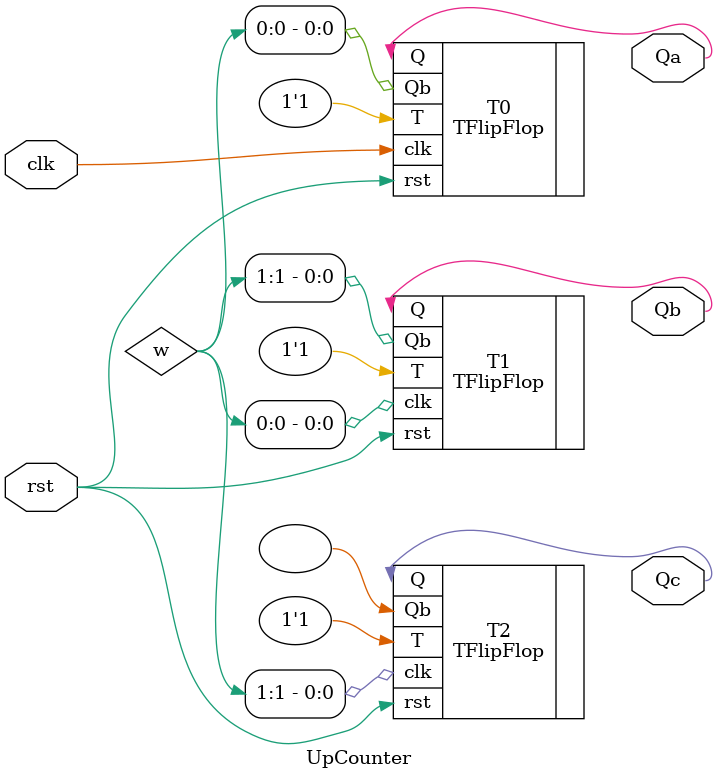
<source format=v>
`timescale 1ns / 1ps


module UpCounter(output Qc, Qb, Qa, input clk, rst);
wire [1:0] w;

    TFlipFlop T0(.Q(Qa), .Qb(w[0]), .T(1'b1), .clk(clk), .rst(rst));
    TFlipFlop T1(.Q(Qb), .Qb(w[1]), .T(1'b1), .clk(w[0]), .rst(rst));
    TFlipFlop T2(.Q(Qc), .Qb(), .T(1'b1), .clk(w[1]), .rst(rst));

endmodule


</source>
